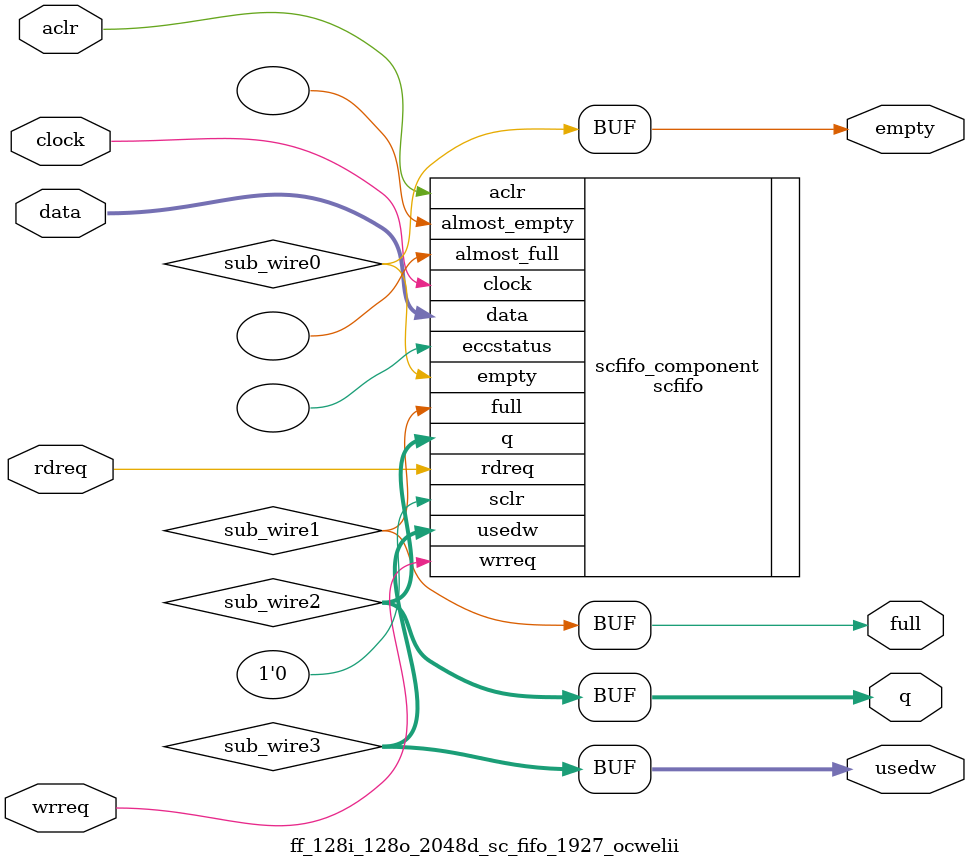
<source format=v>



`timescale 1 ps / 1 ps
// synopsys translate_on
module  ff_128i_128o_2048d_sc_fifo_1927_ocwelii  (
    aclr,
    clock,
    data,
    rdreq,
    wrreq,
    empty,
    full,
    q,
    usedw);

    input    aclr;
    input    clock;
    input  [127:0]  data;
    input    rdreq;
    input    wrreq;
    output   empty;
    output   full;
    output [127:0]  q;
    output [10:0]  usedw;

    wire  sub_wire0;
    wire  sub_wire1;
    wire [127:0] sub_wire2;
    wire [10:0] sub_wire3;
    wire  empty = sub_wire0;
    wire  full = sub_wire1;
    wire [127:0] q = sub_wire2[127:0];
    wire [10:0] usedw = sub_wire3[10:0];

    scfifo  scfifo_component (
                .aclr (aclr),
                .clock (clock),
                .data (data),
                .rdreq (rdreq),
                .wrreq (wrreq),
                .empty (sub_wire0),
                .full (sub_wire1),
                .q (sub_wire2),
                .usedw (sub_wire3),
                .almost_empty (),
                .almost_full (),
                .eccstatus (),
                .sclr (1'b0));
    defparam
        scfifo_component.add_ram_output_register  = "ON",
        scfifo_component.enable_ecc  = "FALSE",
        scfifo_component.intended_device_family  = "Agilex 7",
        scfifo_component.lpm_numwords  = 2048,
        scfifo_component.lpm_showahead  = "OFF",
        scfifo_component.lpm_type  = "scfifo",
        scfifo_component.lpm_width  = 128,
        scfifo_component.lpm_widthu  = 11,
        scfifo_component.overflow_checking  = "ON",
        scfifo_component.underflow_checking  = "ON",
        scfifo_component.use_eab  = "ON";


endmodule



</source>
